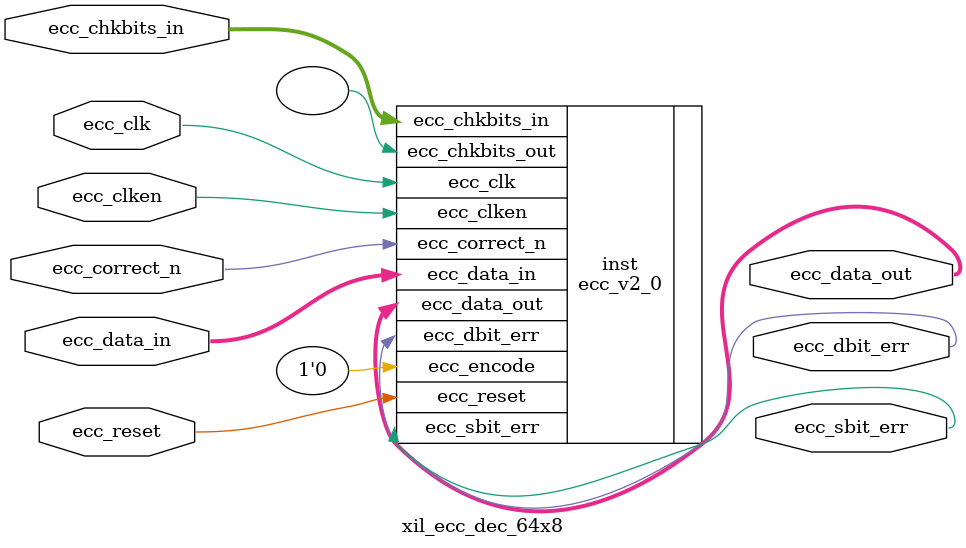
<source format=v>
`timescale 1ns/1ps

(* DowngradeIPIdentifiedWarnings = "yes" *)
module xil_ecc_dec_64x8 (
  ecc_clk,
  ecc_reset,
  ecc_correct_n,
  ecc_clken,
  ecc_data_in,
  ecc_data_out,
  ecc_chkbits_in,
  ecc_sbit_err,
  ecc_dbit_err
);

(* X_INTERFACE_INFO = "xilinx.com:signal:clock:1.0 ecc_clk CLK" *)
input wire ecc_clk;
(* X_INTERFACE_INFO = "xilinx.com:signal:reset:1.0 ecc_reset RST" *)
input wire ecc_reset;
input wire ecc_correct_n;
(* X_INTERFACE_INFO = "xilinx.com:signal:clockenable:1.0 ecc_clken CE" *)
input wire ecc_clken;
(* X_INTERFACE_INFO = "xilinx.com:signal:data:1.0 ECC_DATA_IN DATA" *)
input wire [63 : 0] ecc_data_in;
(* X_INTERFACE_INFO = "xilinx.com:signal:data:1.0 ECC_DATA_OUT DATA" *)
output wire [63 : 0] ecc_data_out;
(* X_INTERFACE_INFO = "xilinx.com:signal:data:1.0 ECC_CHKBITS_IN DATA" *)
input wire [7 : 0] ecc_chkbits_in;
output wire ecc_sbit_err;
output wire ecc_dbit_err;

  ecc_v2_0 #(
    .C_FAMILY("virtexu"),
    .C_COMPONENT_NAME("xil_ecc_dec_64x8"),
    .C_ECC_MODE(1),
    .C_ECC_TYPE(0),
    .C_DATA_WIDTH(64),
    .C_CHK_BIT_WIDTH(8),
    .C_REG_INPUT(1),
    .C_REG_OUTPUT(1),
    .C_PIPELINE(1),
    .C_USE_CLK_ENABLE(1)
  ) inst (
    .ecc_clk(ecc_clk),
    .ecc_reset(ecc_reset),
    .ecc_encode(1'B0),
    .ecc_correct_n(ecc_correct_n),
    .ecc_clken(ecc_clken),
    .ecc_data_in(ecc_data_in),
    .ecc_data_out(ecc_data_out),
    .ecc_chkbits_out(),
    .ecc_chkbits_in(ecc_chkbits_in),
    .ecc_sbit_err(ecc_sbit_err),
    .ecc_dbit_err(ecc_dbit_err)
  );
endmodule

</source>
